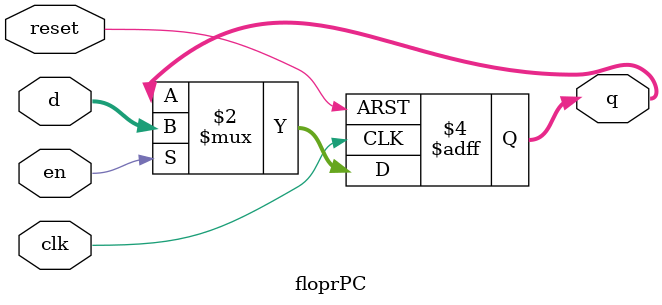
<source format=v>
module floprPC #(parameter WIDTH = 8)
              (input                     clk, reset,en,
               input         [WIDTH-1:0] d, 
               output  reg   [WIDTH-1:0] q);

  always @(posedge clk or posedge reset)
    if (reset)         q <= 32'H80000000;
    else if (en)       q <= d;
endmodule


</source>
